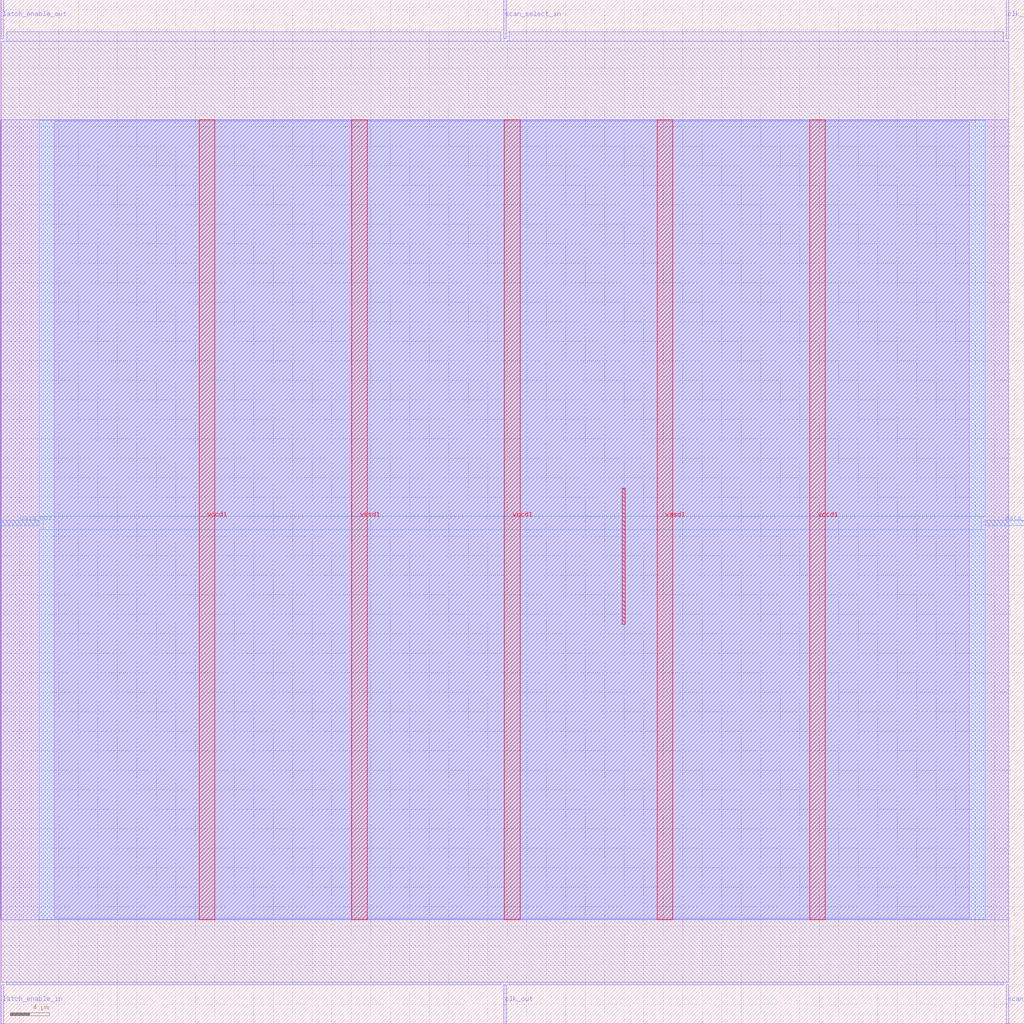
<source format=lef>
VERSION 5.7 ;
  NOWIREEXTENSIONATPIN ON ;
  DIVIDERCHAR "/" ;
  BUSBITCHARS "[]" ;
MACRO scan_wrapper_341499976001520211
  CLASS BLOCK ;
  FOREIGN scan_wrapper_341499976001520211 ;
  ORIGIN 0.000 0.000 ;
  SIZE 105.000 BY 105.000 ;
  PIN clk_in
    DIRECTION INPUT ;
    USE SIGNAL ;
    PORT
      LAYER met2 ;
        RECT 103.130 101.000 103.410 105.000 ;
    END
  END clk_in
  PIN clk_out
    DIRECTION OUTPUT TRISTATE ;
    USE SIGNAL ;
    PORT
      LAYER met2 ;
        RECT 51.610 0.000 51.890 4.000 ;
    END
  END clk_out
  PIN data_in
    DIRECTION INPUT ;
    USE SIGNAL ;
    PORT
      LAYER met3 ;
        RECT 101.000 51.040 105.000 51.640 ;
    END
  END data_in
  PIN data_out
    DIRECTION OUTPUT TRISTATE ;
    USE SIGNAL ;
    PORT
      LAYER met3 ;
        RECT 0.000 51.040 4.000 51.640 ;
    END
  END data_out
  PIN latch_enable_in
    DIRECTION INPUT ;
    USE SIGNAL ;
    PORT
      LAYER met2 ;
        RECT 0.090 0.000 0.370 4.000 ;
    END
  END latch_enable_in
  PIN latch_enable_out
    DIRECTION OUTPUT TRISTATE ;
    USE SIGNAL ;
    PORT
      LAYER met2 ;
        RECT 0.090 101.000 0.370 105.000 ;
    END
  END latch_enable_out
  PIN scan_select_in
    DIRECTION INPUT ;
    USE SIGNAL ;
    PORT
      LAYER met2 ;
        RECT 51.610 101.000 51.890 105.000 ;
    END
  END scan_select_in
  PIN scan_select_out
    DIRECTION OUTPUT TRISTATE ;
    USE SIGNAL ;
    PORT
      LAYER met2 ;
        RECT 103.130 0.000 103.410 4.000 ;
    END
  END scan_select_out
  PIN vccd1
    DIRECTION INPUT ;
    USE POWER ;
    PORT
      LAYER met4 ;
        RECT 20.380 10.640 21.980 92.720 ;
    END
    PORT
      LAYER met4 ;
        RECT 51.700 10.640 53.300 92.720 ;
    END
    PORT
      LAYER met4 ;
        RECT 83.020 10.640 84.620 92.720 ;
    END
  END vccd1
  PIN vssd1
    DIRECTION INPUT ;
    USE GROUND ;
    PORT
      LAYER met4 ;
        RECT 36.040 10.640 37.640 92.720 ;
    END
    PORT
      LAYER met4 ;
        RECT 67.360 10.640 68.960 92.720 ;
    END
  END vssd1
  OBS
      LAYER li1 ;
        RECT 5.520 10.795 99.360 92.565 ;
      LAYER met1 ;
        RECT 0.070 10.640 103.430 92.720 ;
      LAYER met2 ;
        RECT 0.650 100.720 51.330 101.730 ;
        RECT 52.170 100.720 102.850 101.730 ;
        RECT 0.100 4.280 103.400 100.720 ;
        RECT 0.650 4.000 51.330 4.280 ;
        RECT 52.170 4.000 102.850 4.280 ;
      LAYER met3 ;
        RECT 4.000 52.040 101.000 92.645 ;
        RECT 4.400 50.640 100.600 52.040 ;
        RECT 4.000 10.715 101.000 50.640 ;
      LAYER met4 ;
        RECT 63.775 40.975 64.105 54.905 ;
  END
END scan_wrapper_341499976001520211
END LIBRARY


</source>
